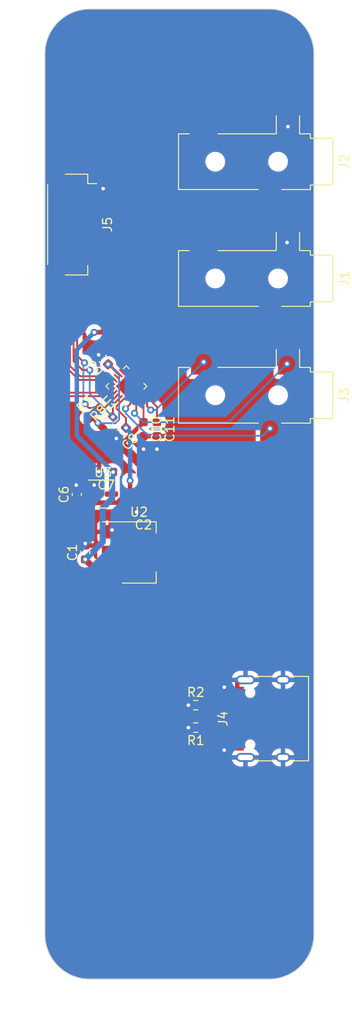
<source format=kicad_pcb>
(kicad_pcb (version 20221018) (generator pcbnew)
  (layers (0 "F.Cu" signal) (31 "B.Cu" signal) (34 "B.Paste" user) (35 "F.Paste" user) (36 "B.SilkS" user "B.Silkscreen") (37 "F.SilkS" user "F.Silkscreen") (38 "B.Mask" user) (39 "F.Mask" user) (44 "Edge.Cuts" user))
  (net 0 "")
  (net 1 "+5V")
  (net 2 "GND")
  (net 3 "+3V3")
  (net 4 "+1V2")
  (net 5 "Net-(U1-VAG)")
  (net 6 "Line Out R")
  (net 7 "Line Out L")
  (net 8 "Line In R")
  (net 9 "Line In L")
  (net 10 "HP_R")
  (net 11 "HP_VGND")
  (net 12 "HP_L")
  (net 13 "VBUS")
  (net 14 "Net-(J4-CC1)")
  (net 18 "Net-(J4-CC2)")
  (net 22 "I2S Frame Clock")
  (net 23 "I2S Bit Clock")
  (net 24 "I2S D Out")
  (net 25 "I2S D In")
  (net 26 "I2C_SDA")
  (net 27 "I2C_SCL")
  (footprint "Resistor_SMD:R_0603_1608Metric" (layer "F.Cu") (at 86.825 102.5)
    (fp_text reference "R2" (at 0 -1.43) (layer "F.SilkS"))
    (fp_text value "R")
    (fp_line (start -0.237258 -0.5225) (end 0.237258 -0.5225) (stroke (width 0.12)) (layer "F.SilkS"))
    (fp_line (start -0.237258 0.5225) (end 0.237258 0.5225) (stroke (width 0.12)) (layer "F.SilkS"))
    (pad "1" smd roundrect (at -0.825 0) (size 0.8 0.95) (layers "F.Cu" "F.Paste" "F.Mask") (net 2 "GND"))
    (pad "2" smd roundrect (at 0.825 0) (size 0.8 0.95) (layers "F.Cu" "F.Paste" "F.Mask") (net 18 "Net-(J4-CC2)"))
  )
  (footprint "Capacitor_SMD:C_0603_1608Metric" (layer "F.Cu") (at 76.8375 76.55 180)
    (fp_text reference "C7" (at 0 -1.43) (layer "F.SilkS"))
    (fp_text value "2.2uf")
    (fp_line (start -0.14058 -0.51) (end 0.14058 -0.51) (stroke (width 0.12)) (layer "F.SilkS"))
    (fp_line (start -0.14058 0.51) (end 0.14058 0.51) (stroke (width 0.12)) (layer "F.SilkS"))
    (pad "1" smd roundrect (at -0.775 0 180) (size 0.9 0.95) (layers "F.Cu" "F.Paste" "F.Mask") (net 1 "+5V"))
    (pad "2" smd roundrect (at 0.775 0 180) (size 0.9 0.95) (layers "F.Cu" "F.Paste" "F.Mask") (net 2 "GND"))
  )
  (footprint "Connector_USB:USB_C_Receptacle_HRO_TYPE-C-31-M-12" (layer "F.Cu") (at 95.5 104 90)
    (fp_text reference "J4" (at 0 -5.645 90) (layer "F.SilkS"))
    (fp_text value "USB_C_Receptacle_USB2.0")
    (fp_line (start -4.7 -1.9) (end -4.7 0.1) (stroke (width 0.12)) (layer "F.SilkS"))
    (fp_line (start -4.7 2) (end -4.7 3.9) (stroke (width 0.12)) (layer "F.SilkS"))
    (fp_line (start -4.7 3.9) (end 4.7 3.9) (stroke (width 0.12)) (layer "F.SilkS"))
    (fp_line (start 4.7 -1.9) (end 4.7 0.1) (stroke (width 0.12)) (layer "F.SilkS"))
    (fp_line (start 4.7 2) (end 4.7 3.9) (stroke (width 0.12)) (layer "F.SilkS"))
    (pad "" np_thru_hole circle (at -2.89 -2.6 90) (size 0.65 0.65) (drill 0.65) (layers "*.Cu" "*.Mask"))
    (pad "" np_thru_hole circle (at 2.89 -2.6 90) (size 0.65 0.65) (drill 0.65) (layers "*.Cu" "*.Mask"))
    (pad "A1" smd rect (at -3.25 -4.045 90) (size 0.6 1.45) (layers "F.Cu" "F.Paste" "F.Mask") (net 2 "GND"))
    (pad "A4" smd rect (at -2.45 -4.045 90) (size 0.6 1.45) (layers "F.Cu" "F.Paste" "F.Mask") (net 13 "VBUS"))
    (pad "A5" smd rect (at -1.25 -4.045 90) (size 0.3 1.45) (layers "F.Cu" "F.Paste" "F.Mask") (net 14 "Net-(J4-CC1)"))
    (pad "A6" smd rect (at -0.25 -4.045 90) (size 0.3 1.45) (layers "F.Cu" "F.Paste" "F.Mask"))
    (pad "A7" smd rect (at 0.25 -4.045 90) (size 0.3 1.45) (layers "F.Cu" "F.Paste" "F.Mask"))
    (pad "A8" smd rect (at 1.25 -4.045 90) (size 0.3 1.45) (layers "F.Cu" "F.Paste" "F.Mask"))
    (pad "A9" smd rect (at 2.45 -4.045 90) (size 0.6 1.45) (layers "F.Cu" "F.Paste" "F.Mask") (net 13 "VBUS"))
    (pad "A12" smd rect (at 3.25 -4.045 90) (size 0.6 1.45) (layers "F.Cu" "F.Paste" "F.Mask") (net 2 "GND"))
    (pad "B1" smd rect (at 3.25 -4.045 90) (size 0.6 1.45) (layers "F.Cu" "F.Paste" "F.Mask") (net 2 "GND"))
    (pad "B4" smd rect (at 2.45 -4.045 90) (size 0.6 1.45) (layers "F.Cu" "F.Paste" "F.Mask") (net 13 "VBUS"))
    (pad "B5" smd rect (at 1.75 -4.045 90) (size 0.3 1.45) (layers "F.Cu" "F.Paste" "F.Mask") (net 18 "Net-(J4-CC2)"))
    (pad "B6" smd rect (at 0.75 -4.045 90) (size 0.3 1.45) (layers "F.Cu" "F.Paste" "F.Mask"))
    (pad "B7" smd rect (at -0.75 -4.045 90) (size 0.3 1.45) (layers "F.Cu" "F.Paste" "F.Mask"))
    (pad "B8" smd rect (at -1.75 -4.045 90) (size 0.3 1.45) (layers "F.Cu" "F.Paste" "F.Mask"))
    (pad "B9" smd rect (at -2.45 -4.045 90) (size 0.6 1.45) (layers "F.Cu" "F.Paste" "F.Mask") (net 13 "VBUS"))
    (pad "B12" smd rect (at -3.25 -4.045 90) (size 0.6 1.45) (layers "F.Cu" "F.Paste" "F.Mask") (net 2 "GND"))
    (pad "S1" thru_hole oval (at -4.32 -3.13 90) (size 1 2.1) (drill oval 0.6 1.7) (layers "*.Cu" "*.Mask") (net 2 "GND"))
    (pad "S1" thru_hole oval (at -4.32 1.05 90) (size 1 1.6) (drill oval 0.6 1.2) (layers "*.Cu" "*.Mask") (net 2 "GND"))
    (pad "S1" thru_hole oval (at 4.32 -3.13 90) (size 1 2.1) (drill oval 0.6 1.7) (layers "*.Cu" "*.Mask") (net 2 "GND"))
    (pad "S1" thru_hole oval (at 4.32 1.05 90) (size 1 1.6) (drill oval 0.6 1.2) (layers "*.Cu" "*.Mask") (net 2 "GND"))
  )
  (footprint "Connector_Audio:Jack_3.5mm_CUI_SJ-3523-SMT_Horizontal" (layer "F.Cu") (at 93.5 68 -90)
    (fp_text reference "J3" (at 0 -9.9 90) (layer "F.SilkS"))
    (fp_text value "AudioJack3")
    (fp_line (start -3.1 -6.1) (end -2.6 -6.1) (stroke (width 0.12)) (layer "F.SilkS"))
    (fp_line (start -3.1 -4.9) (end -5.1 -4.9) (stroke (width 0.12)) (layer "F.SilkS"))
    (fp_line (start -3.1 -4.9) (end -3.1 -6.1) (stroke (width 0.12)) (layer "F.SilkS"))
    (fp_line (start -3.1 -2.3) (end -5.1 -2.3) (stroke (width 0.12)) (layer "F.SilkS"))
    (fp_line (start -3.1 4.2) (end -3.1 -2.3) (stroke (width 0.12)) (layer "F.SilkS"))
    (fp_line (start -3.1 8.6) (end -3.1 7.4) (stroke (width 0.12)) (layer "F.SilkS"))
    (fp_line (start -2.6 -8.6) (end 2.6 -8.6) (stroke (width 0.12)) (layer "F.SilkS"))
    (fp_line (start -2.6 -6.1) (end -2.6 -8.6) (stroke (width 0.12)) (layer "F.SilkS"))
    (fp_line (start 2.6 -8.6) (end 2.6 -6.1) (stroke (width 0.12)) (layer "F.SilkS"))
    (fp_line (start 2.6 -6.1) (end 3.1 -6.1) (stroke (width 0.12)) (layer "F.SilkS"))
    (fp_line (start 3.1 -6.1) (end 3.1 -2.9) (stroke (width 0.12)) (layer "F.SilkS"))
    (fp_line (start 3.1 -0.3) (end 3.1 8.6) (stroke (width 0.12)) (layer "F.SilkS"))
    (fp_line (start 3.1 8.6) (end -3.1 8.6) (stroke (width 0.12)) (layer "F.SilkS"))
    (pad "" np_thru_hole circle (at 0 -2.5 270) (size 1.7 1.7) (drill 1.7) (layers "*.Cu" "*.Mask"))
    (pad "" np_thru_hole circle (at 0 4.5 270) (size 1.7 1.7) (drill 1.7) (layers "*.Cu" "*.Mask"))
    (pad "R" smd rect (at 3.7 -1.6 270) (size 2.8 2.2) (layers "F.Cu" "F.Paste" "F.Mask") (net 10 "HP_R"))
    (pad "S" smd rect (at -3.7 -3.6 270) (size 2.8 2.2) (layers "F.Cu" "F.Paste" "F.Mask") (net 11 "HP_VGND"))
    (pad "T" smd rect (at -3.7 5.8 270) (size 2.8 2.8) (layers "F.Cu" "F.Paste" "F.Mask") (net 12 "HP_L"))
  )
  (footprint "Package_TO_SOT_SMD:SOT-23" (layer "F.Cu") (at 76.5 79)
    (fp_text reference "U3" (at 0 -2.4) (layer "F.SilkS"))
    (fp_text value "AP2127N-1.2")
    (fp_line (start 0 -1.56) (end -1.675 -1.56) (stroke (width 0.12)) (layer "F.SilkS"))
    (fp_line (start 0 -1.56) (end 0.65 -1.56) (stroke (width 0.12)) (layer "F.SilkS"))
    (fp_line (start 0 1.56) (end -0.65 1.56) (stroke (width 0.12)) (layer "F.SilkS"))
    (fp_line (start 0 1.56) (end 0.65 1.56) (stroke (width 0.12)) (layer "F.SilkS"))
    (pad "1" smd roundrect (at -0.9375 -0.95) (size 1.475 0.6) (layers "F.Cu" "F.Paste" "F.Mask") (net 2 "GND"))
    (pad "2" smd roundrect (at -0.9375 0.95) (size 1.475 0.6) (layers "F.Cu" "F.Paste" "F.Mask") (net 4 "+1V2"))
    (pad "3" smd roundrect (at 0.9375 0) (size 1.475 0.6) (layers "F.Cu" "F.Paste" "F.Mask") (net 1 "+5V"))
  )
  (footprint "Package_TO_SOT_SMD:SOT-223-3_TabPin2" (layer "F.Cu") (at 80.5 85.5)
    (fp_text reference "U2" (at 0 -4.5) (layer "F.SilkS"))
    (fp_text value "NCP1117-3.3_SOT223")
    (fp_line (start -4.1 -3.41) (end 1.91 -3.41) (stroke (width 0.12)) (layer "F.SilkS"))
    (fp_line (start -1.85 3.41) (end 1.91 3.41) (stroke (width 0.12)) (layer "F.SilkS"))
    (fp_line (start 1.91 -3.41) (end 1.91 -2.15) (stroke (width 0.12)) (layer "F.SilkS"))
    (fp_line (start 1.91 3.41) (end 1.91 2.15) (stroke (width 0.12)) (layer "F.SilkS"))
    (pad "1" smd rect (at -3.15 -2.3) (size 2 1.5) (layers "F.Cu" "F.Paste" "F.Mask") (net 2 "GND"))
    (pad "2" smd rect (at -3.15 0) (size 2 1.5) (layers "F.Cu" "F.Paste" "F.Mask") (net 3 "+3V3"))
    (pad "2" smd rect (at 3.15 0) (size 2 3.8) (layers "F.Cu" "F.Paste" "F.Mask") (net 3 "+3V3"))
    (pad "3" smd rect (at -3.15 2.3) (size 2 1.5) (layers "F.Cu" "F.Paste" "F.Mask") (net 1 "+5V"))
  )
  (footprint "Resistor_SMD:R_0603_1608Metric" (layer "F.Cu") (at 75.5 70 45)
    (fp_text reference "R7" (at 0 -1.43 45) (layer "F.SilkS"))
    (fp_text value "2.2k")
    (fp_line (start -0.237258 -0.5225) (end 0.237258 -0.5225) (stroke (width 0.12)) (layer "F.SilkS"))
    (fp_line (start -0.237258 0.5225) (end 0.237258 0.5225) (stroke (width 0.12)) (layer "F.SilkS"))
    (pad "1" smd roundrect (at -0.825 0 45) (size 0.8 0.95) (layers "F.Cu" "F.Paste" "F.Mask") (net 3 "+3V3"))
    (pad "2" smd roundrect (at 0.825 0 45) (size 0.8 0.95) (layers "F.Cu" "F.Paste" "F.Mask") (net 26 "I2C_SDA"))
  )
  (footprint "Capacitor_SMD:C_0603_1608Metric" (layer "F.Cu") (at 78.5 72.175 -135)
    (fp_text reference "C8" (at 0 -1.43 45) (layer "F.SilkS"))
    (fp_text value "1uf")
    (fp_line (start -0.14058 -0.51) (end 0.14058 -0.51) (stroke (width 0.12)) (layer "F.SilkS"))
    (fp_line (start -0.14058 0.51) (end 0.14058 0.51) (stroke (width 0.12)) (layer "F.SilkS"))
    (pad "1" smd roundrect (at -0.775 0 225) (size 0.9 0.95) (layers "F.Cu" "F.Paste" "F.Mask") (net 4 "+1V2"))
    (pad "2" smd roundrect (at 0.775 0 225) (size 0.9 0.95) (layers "F.Cu" "F.Paste" "F.Mask") (net 2 "GND"))
  )
  (footprint "Capacitor_SMD:C_0603_1608Metric" (layer "F.Cu") (at 76.5 64 135)
    (fp_text reference "C9" (at 0 -1.43 135) (layer "F.SilkS"))
    (fp_text value "2.2uf")
    (fp_line (start -0.14058 -0.51) (end 0.14058 -0.51) (stroke (width 0.12)) (layer "F.SilkS"))
    (fp_line (start -0.14058 0.51) (end 0.14058 0.51) (stroke (width 0.12)) (layer "F.SilkS"))
    (pad "1" smd roundrect (at -0.775 0 135) (size 0.9 0.95) (layers "F.Cu" "F.Paste" "F.Mask") (net 3 "+3V3"))
    (pad "2" smd roundrect (at 0.775 0 135) (size 0.9 0.95) (layers "F.Cu" "F.Paste" "F.Mask") (net 2 "GND"))
  )
  (footprint "Capacitor_SMD:C_0603_1608Metric" (layer "F.Cu") (at 74.5 85.5 90)
    (fp_text reference "C1" (at 0 -1.43 90) (layer "F.SilkS"))
    (fp_text value "10uf")
    (fp_line (start -0.14058 -0.51) (end 0.14058 -0.51) (stroke (width 0.12)) (layer "F.SilkS"))
    (fp_line (start -0.14058 0.51) (end 0.14058 0.51) (stroke (width 0.12)) (layer "F.SilkS"))
    (pad "1" smd roundrect (at -0.775 0 90) (size 0.9 0.95) (layers "F.Cu" "F.Paste" "F.Mask") (net 1 "+5V"))
    (pad "2" smd roundrect (at 0.775 0 90) (size 0.9 0.95) (layers "F.Cu" "F.Paste" "F.Mask") (net 2 "GND"))
  )
  (footprint "Connector_Audio:Jack_3.5mm_CUI_SJ-3523-SMT_Horizontal" (layer "F.Cu") (at 93.5 55 -90)
    (fp_text reference "J1" (at 0 -9.9 90) (layer "F.SilkS"))
    (fp_text value "AudioJack3")
    (fp_line (start -3.1 -6.1) (end -2.6 -6.1) (stroke (width 0.12)) (layer "F.SilkS"))
    (fp_line (start -3.1 -4.9) (end -5.1 -4.9) (stroke (width 0.12)) (layer "F.SilkS"))
    (fp_line (start -3.1 -4.9) (end -3.1 -6.1) (stroke (width 0.12)) (layer "F.SilkS"))
    (fp_line (start -3.1 -2.3) (end -5.1 -2.3) (stroke (width 0.12)) (layer "F.SilkS"))
    (fp_line (start -3.1 4.2) (end -3.1 -2.3) (stroke (width 0.12)) (layer "F.SilkS"))
    (fp_line (start -3.1 8.6) (end -3.1 7.4) (stroke (width 0.12)) (layer "F.SilkS"))
    (fp_line (start -2.6 -8.6) (end 2.6 -8.6) (stroke (width 0.12)) (layer "F.SilkS"))
    (fp_line (start -2.6 -6.1) (end -2.6 -8.6) (stroke (width 0.12)) (layer "F.SilkS"))
    (fp_line (start 2.6 -8.6) (end 2.6 -6.1) (stroke (width 0.12)) (layer "F.SilkS"))
    (fp_line (start 2.6 -6.1) (end 3.1 -6.1) (stroke (width 0.12)) (layer "F.SilkS"))
    (fp_line (start 3.1 -6.1) (end 3.1 -2.9) (stroke (width 0.12)) (layer "F.SilkS"))
    (fp_line (start 3.1 -0.3) (end 3.1 8.6) (stroke (width 0.12)) (layer "F.SilkS"))
    (fp_line (start 3.1 8.6) (end -3.1 8.6) (stroke (width 0.12)) (layer "F.SilkS"))
    (pad "" np_thru_hole circle (at 0 -2.5 270) (size 1.7 1.7) (drill 1.7) (layers "*.Cu" "*.Mask"))
    (pad "" np_thru_hole circle (at 0 4.5 270) (size 1.7 1.7) (drill 1.7) (layers "*.Cu" "*.Mask"))
    (pad "R" smd rect (at 3.7 -1.6 270) (size 2.8 2.2) (layers "F.Cu" "F.Paste" "F.Mask") (net 6 "Line Out R"))
    (pad "S" smd rect (at -3.7 -3.6 270) (size 2.8 2.2) (layers "F.Cu" "F.Paste" "F.Mask") (net 2 "GND"))
    (pad "T" smd rect (at -3.7 5.8 270) (size 2.8 2.8) (layers "F.Cu" "F.Paste" "F.Mask") (net 7 "Line Out L"))
  )
  (footprint "Connector_JST:JST_SH_SM09B-SRSS-TB_1x09-1MP_P1.00mm_Horizontal" (layer "F.Cu") (at 73 49 -90)
    (fp_text reference "J5" (at 0 -3.98 90) (layer "F.SilkS"))
    (fp_text value "Conn_01x09")
    (fp_line (start -5.61 -1.785) (end -4.56 -1.785) (stroke (width 0.12)) (layer "F.SilkS"))
    (fp_line (start -5.61 0.715) (end -5.61 -1.785) (stroke (width 0.12)) (layer "F.SilkS"))
    (fp_line (start -4.56 -1.785) (end -4.56 -2.775) (stroke (width 0.12)) (layer "F.SilkS"))
    (fp_line (start -4.44 2.685) (end 4.44 2.685) (stroke (width 0.12)) (layer "F.SilkS"))
    (fp_line (start 5.61 -1.785) (end 4.56 -1.785) (stroke (width 0.12)) (layer "F.SilkS"))
    (fp_line (start 5.61 0.715) (end 5.61 -1.785) (stroke (width 0.12)) (layer "F.SilkS"))
    (pad "1" smd roundrect (at -4 -2 270) (size 0.6 1.55) (layers "F.Cu" "F.Paste" "F.Mask") (net 2 "GND"))
    (pad "2" smd roundrect (at -3 -2 270) (size 0.6 1.55) (layers "F.Cu" "F.Paste" "F.Mask") (net 1 "+5V"))
    (pad "3" smd roundrect (at -2 -2 270) (size 0.6 1.55) (layers "F.Cu" "F.Paste" "F.Mask") (net 26 "I2C_SDA"))
    (pad "4" smd roundrect (at -1 -2 270) (size 0.6 1.55) (layers "F.Cu" "F.Paste" "F.Mask") (net 27 "I2C_SCL"))
    (pad "5" smd roundrect (at 0 -2 270) (size 0.6 1.55) (layers "F.Cu" "F.Paste" "F.Mask") (net 22 "I2S Frame Clock"))
    (pad "6" smd roundrect (at 1 -2 270) (size 0.6 1.55) (layers "F.Cu" "F.Paste" "F.Mask") (net 23 "I2S Bit Clock"))
    (pad "7" smd roundrect (at 2 -2 270) (size 0.6 1.55) (layers "F.Cu" "F.Paste" "F.Mask") (net 24 "I2S D Out"))
    (pad "8" smd roundrect (at 3 -2 270) (size 0.6 1.55) (layers "F.Cu" "F.Paste" "F.Mask") (net 25 "I2S D In"))
    (pad "9" smd roundrect (at 4 -2 270) (size 0.6 1.55) (layers "F.Cu" "F.Paste" "F.Mask") (net 13 "VBUS"))
    (pad "MP" smd roundrect (at -5.3 1.875 270) (size 1.2 1.8) (layers "F.Cu" "F.Paste" "F.Mask") (roundrect_rratio 0.208333))
    (pad "MP" smd roundrect (at 5.3 1.875 270) (size 1.2 1.8) (layers "F.Cu" "F.Paste" "F.Mask") (roundrect_rratio 0.208333))
  )
  (footprint "Package_DFN_QFN:QFN-20-1EP_3x3mm_P0.4mm_EP1.65x1.65mm" (layer "F.Cu") (at 79.079828 67 135)
    (fp_text reference "U1" (at 0 -2.82 135) (layer "F.SilkS"))
    (fp_text value "SGTL5000XNLA3")
    (fp_line (start -1.61 1.61) (end -1.61 1.16) (stroke (width 0.12)) (layer "F.SilkS"))
    (fp_line (start -1.16 -1.61) (end -1.61 -1.61) (stroke (width 0.12)) (layer "F.SilkS"))
    (fp_line (start -1.16 1.61) (end -1.61 1.61) (stroke (width 0.12)) (layer "F.SilkS"))
    (fp_line (start 1.16 -1.61) (end 1.61 -1.61) (stroke (width 0.12)) (layer "F.SilkS"))
    (fp_line (start 1.16 1.61) (end 1.61 1.61) (stroke (width 0.12)) (layer "F.SilkS"))
    (fp_line (start 1.61 -1.61) (end 1.61 -1.16) (stroke (width 0.12)) (layer "F.SilkS"))
    (fp_line (start 1.61 1.61) (end 1.61 1.16) (stroke (width 0.12)) (layer "F.SilkS"))
    (pad "1" smd roundrect (at -1.45 -0.8 135) (size 0.85 0.2) (layers "F.Cu" "F.Paste" "F.Mask") (net 10 "HP_R"))
    (pad "2" smd roundrect (at -1.45 -0.4 135) (size 0.85 0.2) (layers "F.Cu" "F.Paste" "F.Mask") (net 11 "HP_VGND"))
    (pad "3" smd roundrect (at -1.45 0 135) (size 0.85 0.2) (layers "F.Cu" "F.Paste" "F.Mask") (net 3 "+3V3"))
    (pad "4" smd roundrect (at -1.45 0.4 135) (size 0.85 0.2) (layers "F.Cu" "F.Paste" "F.Mask") (net 12 "HP_L"))
    (pad "5" smd roundrect (at -1.45 0.8 135) (size 0.85 0.2) (layers "F.Cu" "F.Paste" "F.Mask") (net 5 "Net-(U1-VAG)"))
    (pad "6" smd roundrect (at -0.8 1.45 135) (size 0.2 0.85) (layers "F.Cu" "F.Paste" "F.Mask") (net 6 "Line Out R"))
    (pad "7" smd roundrect (at -0.4 1.45 135) (size 0.2 0.85) (layers "F.Cu" "F.Paste" "F.Mask") (net 7 "Line Out L"))
    (pad "8" smd roundrect (at 0 1.45 135) (size 0.2 0.85) (layers "F.Cu" "F.Paste" "F.Mask") (net 8 "Line In R"))
    (pad "9" smd roundrect (at 0.4 1.45 135) (size 0.2 0.85) (layers "F.Cu" "F.Paste" "F.Mask") (net 9 "Line In L"))
    (pad "10" smd roundrect (at 0.8 1.45 135) (size 0.2 0.85) (layers "F.Cu" "F.Paste" "F.Mask"))
    (pad "11" smd roundrect (at 1.45 0.8 135) (size 0.85 0.2) (layers "F.Cu" "F.Paste" "F.Mask"))
    (pad "12" smd roundrect (at 1.45 0.4 135) (size 0.85 0.2) (layers "F.Cu" "F.Paste" "F.Mask") (net 3 "+3V3"))
    (pad "13" smd roundrect (at 1.45 0 135) (size 0.85 0.2) (layers "F.Cu" "F.Paste" "F.Mask"))
    (pad "14" smd roundrect (at 1.45 -0.4 135) (size 0.85 0.2) (layers "F.Cu" "F.Paste" "F.Mask") (net 22 "I2S Frame Clock"))
    (pad "15" smd roundrect (at 1.45 -0.8 135) (size 0.85 0.2) (layers "F.Cu" "F.Paste" "F.Mask") (net 23 "I2S Bit Clock"))
    (pad "16" smd roundrect (at 0.8 -1.45 135) (size 0.2 0.85) (layers "F.Cu" "F.Paste" "F.Mask") (net 24 "I2S D Out"))
    (pad "17" smd roundrect (at 0.4 -1.45 135) (size 0.2 0.85) (layers "F.Cu" "F.Paste" "F.Mask") (net 25 "I2S D In"))
    (pad "18" smd roundrect (at 0 -1.45 135) (size 0.2 0.85) (layers "F.Cu" "F.Paste" "F.Mask") (net 26 "I2C_SDA"))
    (pad "19" smd roundrect (at -0.4 -1.45 135) (size 0.2 0.85) (layers "F.Cu" "F.Paste" "F.Mask") (net 27 "I2C_SCL"))
    (pad "20" smd roundrect (at -0.8 -1.45 135) (size 0.2 0.85) (layers "F.Cu" "F.Paste" "F.Mask") (net 4 "+1V2"))
    (pad "21" smd rect (at 0 0 135) (size 1.65 1.65) (layers "F.Cu" "F.Mask") (net 2 "GND"))
  )
  (footprint "Resistor_SMD:R_0603_1608Metric" (layer "F.Cu") (at 86.825 105 180)
    (fp_text reference "R1" (at 0 -1.43) (layer "F.SilkS"))
    (fp_text value "R")
    (fp_line (start -0.237258 -0.5225) (end 0.237258 -0.5225) (stroke (width 0.12)) (layer "F.SilkS"))
    (fp_line (start -0.237258 0.5225) (end 0.237258 0.5225) (stroke (width 0.12)) (layer "F.SilkS"))
    (pad "1" smd roundrect (at -0.825 0 180) (size 0.8 0.95) (layers "F.Cu" "F.Paste" "F.Mask") (net 14 "Net-(J4-CC1)"))
    (pad "2" smd roundrect (at 0.825 0 180) (size 0.8 0.95) (layers "F.Cu" "F.Paste" "F.Mask") (net 2 "GND"))
  )
  (footprint "Resistor_SMD:R_0603_1608Metric" (layer "F.Cu") (at 77 71 45)
    (fp_text reference "R8" (at 0 -1.43 45) (layer "F.SilkS"))
    (fp_text value "2.2k")
    (fp_line (start -0.237258 -0.5225) (end 0.237258 -0.5225) (stroke (width 0.12)) (layer "F.SilkS"))
    (fp_line (start -0.237258 0.5225) (end 0.237258 0.5225) (stroke (width 0.12)) (layer "F.SilkS"))
    (pad "1" smd roundrect (at -0.825 0 45) (size 0.8 0.95) (layers "F.Cu" "F.Paste" "F.Mask") (net 3 "+3V3"))
    (pad "2" smd roundrect (at 0.825 0 45) (size 0.8 0.95) (layers "F.Cu" "F.Paste" "F.Mask") (net 27 "I2C_SCL"))
  )
  (footprint "Capacitor_SMD:C_0603_1608Metric" (layer "F.Cu") (at 81 81 180)
    (fp_text reference "C2" (at 0 -1.43) (layer "F.SilkS"))
    (fp_text value "10uf")
    (fp_line (start -0.14058 -0.51) (end 0.14058 -0.51) (stroke (width 0.12)) (layer "F.SilkS"))
    (fp_line (start -0.14058 0.51) (end 0.14058 0.51) (stroke (width 0.12)) (layer "F.SilkS"))
    (pad "1" smd roundrect (at -0.775 0 180) (size 0.9 0.95) (layers "F.Cu" "F.Paste" "F.Mask") (net 3 "+3V3"))
    (pad "2" smd roundrect (at 0.775 0 180) (size 0.9 0.95) (layers "F.Cu" "F.Paste" "F.Mask") (net 2 "GND"))
  )
  (footprint "Capacitor_SMD:C_0603_1608Metric" (layer "F.Cu") (at 73.5625 79.05 90)
    (fp_text reference "C6" (at 0 -1.43 90) (layer "F.SilkS"))
    (fp_text value "2.2uf")
    (fp_line (start -0.14058 -0.51) (end 0.14058 -0.51) (stroke (width 0.12)) (layer "F.SilkS"))
    (fp_line (start -0.14058 0.51) (end 0.14058 0.51) (stroke (width 0.12)) (layer "F.SilkS"))
    (pad "1" smd roundrect (at -0.775 0 90) (size 0.9 0.95) (layers "F.Cu" "F.Paste" "F.Mask") (net 4 "+1V2"))
    (pad "2" smd roundrect (at 0.775 0 90) (size 0.9 0.95) (layers "F.Cu" "F.Paste" "F.Mask") (net 2 "GND"))
  )
  (footprint "Connector_Audio:Jack_3.5mm_CUI_SJ-3523-SMT_Horizontal" (layer "F.Cu") (at 93.5 42 -90)
    (fp_text reference "J2" (at 0 -9.9 90) (layer "F.SilkS"))
    (fp_text value "AudioJack3")
    (fp_line (start -3.1 -6.1) (end -2.6 -6.1) (stroke (width 0.12)) (layer "F.SilkS"))
    (fp_line (start -3.1 -4.9) (end -5.1 -4.9) (stroke (width 0.12)) (layer "F.SilkS"))
    (fp_line (start -3.1 -4.9) (end -3.1 -6.1) (stroke (width 0.12)) (layer "F.SilkS"))
    (fp_line (start -3.1 -2.3) (end -5.1 -2.3) (stroke (width 0.12)) (layer "F.SilkS"))
    (fp_line (start -3.1 4.2) (end -3.1 -2.3) (stroke (width 0.12)) (layer "F.SilkS"))
    (fp_line (start -3.1 8.6) (end -3.1 7.4) (stroke (width 0.12)) (layer "F.SilkS"))
    (fp_line (start -2.6 -8.6) (end 2.6 -8.6) (stroke (width 0.12)) (layer "F.SilkS"))
    (fp_line (start -2.6 -6.1) (end -2.6 -8.6) (stroke (width 0.12)) (layer "F.SilkS"))
    (fp_line (start 2.6 -8.6) (end 2.6 -6.1) (stroke (width 0.12)) (layer "F.SilkS"))
    (fp_line (start 2.6 -6.1) (end 3.1 -6.1) (stroke (width 0.12)) (layer "F.SilkS"))
    (fp_line (start 3.1 -6.1) (end 3.1 -2.9) (stroke (width 0.12)) (layer "F.SilkS"))
    (fp_line (start 3.1 -0.3) (end 3.1 8.6) (stroke (width 0.12)) (layer "F.SilkS"))
    (fp_line (start 3.1 8.6) (end -3.1 8.6) (stroke (width 0.12)) (layer "F.SilkS"))
    (pad "" np_thru_hole circle (at 0 -2.5 270) (size 1.7 1.7) (drill 1.7) (layers "*.Cu" "*.Mask"))
    (pad "" np_thru_hole circle (at 0 4.5 270) (size 1.7 1.7) (drill 1.7) (layers "*.Cu" "*.Mask"))
    (pad "R" smd rect (at 3.7 -1.6 270) (size 2.8 2.2) (layers "F.Cu" "F.Paste" "F.Mask") (net 8 "Line In R"))
    (pad "S" smd rect (at -3.7 -3.6 270) (size 2.8 2.2) (layers "F.Cu" "F.Paste" "F.Mask") (net 2 "GND"))
    (pad "T" smd rect (at -3.7 5.8 270) (size 2.8 2.8) (layers "F.Cu" "F.Paste" "F.Mask") (net 9 "Line In L"))
  )
  (footprint "Capacitor_SMD:C_0603_1608Metric" (layer "F.Cu") (at 82.5 71.775 -90)
    (fp_text reference "C11" (at 0 -1.43 90) (layer "F.SilkS"))
    (fp_text value "0.1uf")
    (fp_line (start -0.14058 -0.51) (end 0.14058 -0.51) (stroke (width 0.12)) (layer "F.SilkS"))
    (fp_line (start -0.14058 0.51) (end 0.14058 0.51) (stroke (width 0.12)) (layer "F.SilkS"))
    (pad "1" smd roundrect (at -0.775 0 270) (size 0.9 0.95) (layers "F.Cu" "F.Paste" "F.Mask") (net 5 "Net-(U1-VAG)"))
    (pad "2" smd roundrect (at 0.775 0 270) (size 0.9 0.95) (layers "F.Cu" "F.Paste" "F.Mask") (net 2 "GND"))
  )
  (footprint "Capacitor_SMD:C_0603_1608Metric" (layer "F.Cu") (at 81 71.775 -90)
    (fp_text reference "C10" (at 0 -1.43 90) (layer "F.SilkS"))
    (fp_text value "2.2uf")
    (fp_line (start -0.14058 -0.51) (end 0.14058 -0.51) (stroke (width 0.12)) (layer "F.SilkS"))
    (fp_line (start -0.14058 0.51) (end 0.14058 0.51) (stroke (width 0.12)) (layer "F.SilkS"))
    (pad "1" smd roundrect (at -0.775 0 270) (size 0.9 0.95) (layers "F.Cu" "F.Paste" "F.Mask") (net 3 "+3V3"))
    (pad "2" smd roundrect (at 0.775 0 270) (size 0.9 0.95) (layers "F.Cu" "F.Paste" "F.Mask") (net 2 "GND"))
  )
  (gr_arc (start 75 133) (mid 71.464466 131.535534) (end 70 128) (stroke (width 0.1)) (layer "Edge.Cuts"))
  (gr_line (start 70 30) (end 70 128) (stroke (width 0.1)) (layer "Edge.Cuts"))
  (gr_line (start 75 133) (end 95 133) (stroke (width 0.1)) (layer "Edge.Cuts"))
  (gr_line (start 100 128) (end 100 30) (stroke (width 0.1)) (layer "Edge.Cuts"))
  (gr_line (start 95 25) (end 75 25) (stroke (width 0.1)) (layer "Edge.Cuts"))
  (gr_arc (start 100 128) (mid 98.535534 131.535534) (end 95 133) (stroke (width 0.1)) (layer "Edge.Cuts"))
  (gr_arc (start 95 25) (mid 98.535534 26.464466) (end 100 30) (stroke (width 0.1)) (layer "Edge.Cuts"))
  (gr_arc (start 70 30) (mid 71.464466 26.464466) (end 75 25) (stroke (width 0.1)) (layer "Edge.Cuts"))
  (segment (start 80.15 49.65) (end 76.5 46) (width 0.5) (layer "F.Cu") (net 1))
  (segment (start 77.4375 76.725) (end 77.6125 76.55) (width 0.5) (layer "F.Cu") (net 1))
  (segment (start 76.025 87.8) (end 77.35 87.8) (width 0.7) (layer "F.Cu") (net 1))
  (segment (start 77.4375 79) (end 77.4375 76.725) (width 0.5) (layer "F.Cu") (net 1))
  (segment (start 80.15 57.09264) (end 80.15 49.65) (width 0.5) (layer "F.Cu") (net 1))
  (segment (start 74.5 86.275) (end 76.025 87.8) (width 0.7) (layer "F.Cu") (net 1))
  (segment (start 75.5 61) (end 76.242643 61) (width 0.5) (layer "F.Cu") (net 1))
  (segment (start 76.5 46) (end 75 46) (width 0.5) (layer "F.Cu") (net 1))
  (segment (start 76.242643 61) (end 80.15 57.09264) (width 0.5) (layer "F.Cu") (net 1))
  (via (at 75.5 61) (size 0.8) (drill 0.4) (layers "F.Cu" "B.Cu") (net 1))
  (via (at 77.6125 76.55) (size 0.8) (drill 0.4) (layers "F.Cu" "B.Cu") (net 1))
  (via (at 74.5 86.275) (size 0.8) (drill 0.4) (layers "F.Cu" "B.Cu") (net 1))
  (segment (start 77.5 79.5) (end 77.5 76.6625) (width 0.7) (layer "B.Cu") (net 1))
  (segment (start 73.563718 72.501218) (end 73.563718 62.936282) (width 0.5) (layer "B.Cu") (net 1))
  (segment (start 77.6125 76.55) (end 73.563718 72.501218) (width 0.5) (layer "B.Cu") (net 1))
  (segment (start 74.5 86.275) (end 76.45 84.325) (width 0.7) (layer "B.Cu") (net 1))
  (segment (start 76.45 84.325) (end 76.45 80.55) (width 0.7) (layer "B.Cu") (net 1))
  (segment (start 73.563718 62.936282) (end 75.5 61) (width 0.5) (layer "B.Cu") (net 1))
  (segment (start 77.5 76.6625) (end 77.6125 76.55) (width 0.7) (layer "B.Cu") (net 1))
  (segment (start 76.45 80.55) (end 77.5 79.5) (width 0.7) (layer "B.Cu") (net 1))
  (segment (start 81 72.55) (end 81 74) (width 0.25) (layer "F.Cu") (net 2))
  (segment (start 74.5 84.725) (end 74.5 84.5) (width 0.7) (layer "F.Cu") (net 2))
  (segment (start 76.05 76.55) (end 76 76.5) (width 0.7) (layer "F.Cu") (net 2))
  (segment (start 77.35 83.15) (end 77.5 83) (width 0.7) (layer "F.Cu") (net 2))
  (segment (start 73.5625 78.275) (end 73.5625 78.0625) (width 0.7) (layer "F.Cu") (net 2))
  (segment (start 73.5625 78.0625) (end 73.5 78) (width 0.7) (layer "F.Cu") (net 2))
  (segment (start 77.951992 72.723008) (end 77.951992 72.794424) (width 0.7) (layer "F.Cu") (net 2))
  (segment (start 97.1 51.1) (end 97 51) (width 0.3) (layer "F.Cu") (net 2))
  (segment (start 90.25 107.25) (end 90 107.5) (width 0.5) (layer "F.Cu") (net 2))
  (segment (start 75.5625 78.05) (end 75.55 78.05) (width 0.7) (layer "F.Cu") (net 2))
  (segment (start 91.455 107.25) (end 90.25 107.25) (width 0.5) (layer "F.Cu") (net 2))
  (segment (start 77.951992 72.951992) (end 78 73) (width 0.25) (layer "F.Cu") (net 2))
  (segment (start 97.1 38.1) (end 97 38) (width 0.25) (layer "F.Cu") (net 2))
  (segment (start 91.455 100.75) (end 90.25 100.75) (width 0.5) (layer "F.Cu") (net 2))
  (segment (start 75.55 78.05) (end 75.5 78) (width 0.7) (layer "F.Cu") (net 2))
  (segment (start 77.951992 72.794424) (end 77.970632 72.813064) (width 0.7) (layer "F.Cu") (net 2))
  (segment (start 82.5 72.55) (end 82.5 74) (width 0.25) (layer "F.Cu") (net 2))
  (segment (start 75 45) (end 76.5 45) (width 0.3) (layer "F.Cu") (net 2))
  (segment (start 97.1 51.3) (end 97.1 51.1) (width 0.3) (layer "F.Cu") (net 2))
  (segment (start 76.0625 76.55) (end 76.05 76.55) (width 0.7) (layer "F.Cu") (net 2))
  (segment (start 97.1 38.3) (end 97.1 38.1) (width 0.3) (layer "F.Cu") (net 2))
  (segment (start 75.951992 63.451992) (end 76 63.5) (width 0.3) (layer "F.Cu") (net 2))
  (segment (start 90.25 100.75) (end 90 100.5) (width 0.5) (layer "F.Cu") (net 2))
  (segment (start 77.35 83.2) (end 77.35 83.15) (width 0.7) (layer "F.Cu") (net 2))
  (via (at 86 105) (size 0.8) (drill 0.4) (layers "F.Cu" "B.Cu") (net 2))
  (via (at 97.1 38.1) (size 0.8) (drill 0.4) (layers "F.Cu" "B.Cu") (net 2))
  (via (at 77.5 83) (size 0.8) (drill 0.4) (layers "F.Cu" "B.Cu") (net 2))
  (via (at 75.5 78) (size 0.8) (drill 0.4) (layers "F.Cu" "B.Cu") (net 2))
  (via (at 82.5 74) (size 0.8) (drill 0.4) (layers "F.Cu" "B.Cu") (net 2))
  (via (at 97 51) (size 0.8) (drill 0.4) (layers "F.Cu" "B.Cu") (net 2))
  (via (at 73.5 78) (size 0.8) (drill 0.4) (layers "F.Cu" "B.Cu") (net 2))
  (via (at 74.5 84.5) (size 0.8) (drill 0.4) (layers "F.Cu" "B.Cu") (net 2))
  (via (at 80.225 81) (size 0.8) (drill 0.4) (layers "F.Cu" "B.Cu") (net 2))
  (via (at 77.970632 72.813064) (size 0.8) (drill 0.4) (layers "F.Cu" "B.Cu") (net 2))
  (via (at 86 102.5) (size 0.8) (drill 0.4) (layers "F.Cu" "B.Cu") (net 2))
  (via (at 90 100.5) (size 0.8) (drill 0.4) (layers "F.Cu" "B.Cu") (net 2))
  (via (at 81 74) (size 0.8) (drill 0.4) (layers "F.Cu" "B.Cu") (net 2))
  (via (at 76 63.5) (size 0.8) (drill 0.4) (layers "F.Cu" "B.Cu") (net 2))
  (via (at 76.5 45) (size 0.8) (drill 0.4) (layers "F.Cu" "B.Cu") (net 2))
  (via (at 90 107.5) (size 0.8) (drill 0.4) (layers "F.Cu" "B.Cu") (net 2))
  (via (at 76 76.5) (size 0.8) (drill 0.4) (layers "F.Cu" "B.Cu") (net 2))
  (segment (start 83.65 83.15) (end 81.775 81.275) (width 1) (layer "F.Cu") (net 3))
  (segment (start 77.048008 64.548008) (end 77.193522 64.548008) (width 0.2) (layer "F.Cu") (net 3))
  (segment (start 77.193522 64.548008) (end 78.337366 65.691852) (width 0.2) (layer "F.Cu") (net 3))
  (segment (start 81 68.920172) (end 81 71) (width 0.2) (layer "F.Cu") (net 3))
  (segment (start 81.775 81) (end 81.775 76.775) (width 1) (layer "F.Cu") (net 3))
  (segment (start 80.105133 68.025305) (end 81 68.920172) (width 0.2) (layer "F.Cu") (net 3))
  (segment (start 76.416637 72.460445) (end 77.690076 73.733884) (width 0.5) (layer "F.Cu") (net 3))
  (segment (start 76.416637 71.583363) (end 76.416637 72.460445) (width 0.5) (layer "F.Cu") (net 3))
  (segment (start 75.416637 70.583363) (end 75.916637 71.083363) (width 0.5) (layer "F.Cu") (net 3))
  (segment (start 81.775 76.775) (end 78.669665 73.669665) (width 1) (layer "F.Cu") (net 3))
  (segment (start 81.775 81.275) (end 81.775 81) (width 1) (layer "F.Cu") (net 3))
  (segment (start 74.916637 70.583363) (end 75.416637 70.583363) (width 0.5) (layer "F.Cu") (net 3))
  (segment (start 78.266116 73.733884) (end 81 71) (width 0.5) (layer "F.Cu") (net 3))
  (segment (start 83.65 85.5) (end 83.65 83.15) (width 1) (layer "F.Cu") (net 3))
  (segment (start 77.35 85.5) (end 83.65 85.5) (width 0.7) (layer "F.Cu") (net 3))
  (segment (start 75.916637 71.083363) (end 76.416637 71.583363) (width 0.5) (layer "F.Cu") (net 3))
  (segment (start 77.690076 73.733884) (end 78.266116 73.733884) (width 0.5) (layer "F.Cu") (net 3))
  (via (at 75.916637 71.083363) (size 0.8) (drill 0.4) (layers "F.Cu" "B.Cu") (net 3))
  (via (at 77.048008 64.548008) (size 0.8) (drill 0.4) (layers "F.Cu" "B.Cu") (net 3))
  (segment (start 78.283363 70.706587) (end 77.873313 71.116637) (width 0.2) (layer "B.Cu") (net 3))
  (segment (start 78.283363 65.783363) (end 78.283363 70.706587) (width 0.2) (layer "B.Cu") (net 3))
  (segment (start 77.048008 64.548008) (end 78.283363 65.783363) (width 0.2) (layer "B.Cu") (net 3))
  (segment (start 75.949911 71.116637) (end 75.916637 71.083363) (width 0.2) (layer "B.Cu") (net 3))
  (segment (start 77.873313 71.116637) (end 75.949911 71.116637) (width 0.2) (layer "B.Cu") (net 3))
  (segment (start 78 69.5) (end 78 69.211199) (width 0.2) (layer "F.Cu") (net 4))
  (segment (start 75.5625 79.95) (end 78.073528 79.95) (width 0.5) (layer "F.Cu") (net 4))
  (segment (start 79.048008 71.626992) (end 79.048008 70.548008) (width 0.2) (layer "F.Cu") (net 4))
  (segment (start 78 69.211199) (end 78.620209 68.59099) (width 0.2) (layer "F.Cu") (net 4))
  (segment (start 75.4375 79.825) (end 75.5625 79.95) (width 0.5) (layer "F.Cu") (net 4))
  (segment (start 79.5 78.523528) (end 79.5 77.5) (width 0.5) (layer "F.Cu") (net 4))
  (segment (start 73.5625 79.825) (end 75.4375 79.825) (width 0.5) (layer "F.Cu") (net 4))
  (segment (start 79.048008 70.548008) (end 78 69.5) (width 0.2) (layer "F.Cu") (net 4))
  (segment (start 78.073528 79.95) (end 79.5 78.523528) (width 0.5) (layer "F.Cu") (net 4))
  (via (at 79.5 77.5) (size 0.8) (drill 0.4) (layers "F.Cu" "B.Cu") (net 4))
  (via (at 79.048008 71.626992) (size 0.8) (drill 0.4) (layers "F.Cu" "B.Cu") (net 4))
  (segment (start 79.5 72.078984) (end 79.048008 71.626992) (width 0.5) (layer "B.Cu") (net 4))
  (segment (start 79.5 77.5) (end 79.5 72.078984) (width 0.5) (layer "B.Cu") (net 4))
  (segment (start 82.5 69.288801) (end 82.5 71) (width 0.2) (layer "F.Cu") (net 5))
  (segment (start 80.670818 67.459619) (end 82.5 69.288801) (width 0.2) (layer "F.Cu") (net 5))
  (segment (start 95.1 58.7) (end 88.511199 58.7) (width 0.2) (layer "F.Cu") (net 6))
  (segment (start 88.511199 58.7) (end 80.670818 66.540381) (width 0.2) (layer "F.Cu") (net 6))
  (segment (start 80.387976 66.257538) (end 87.7 58.945514) (width 0.2) (layer "F.Cu") (net 7))
  (segment (start 87.7 58.945514) (end 87.7 51.3) (width 0.2) (layer "F.Cu") (net 7))
  (segment (start 86 60.079828) (end 86 49.6) (width 0.2) (layer "F.Cu") (net 8))
  (segment (start 86 49.6) (end 89.9 45.7) (width 0.2) (layer "F.Cu") (net 8))
  (segment (start 89.9 45.7) (end 95.1 45.7) (width 0.2) (layer "F.Cu") (net 8))
  (segment (start 80.105133 65.974695) (end 86 60.079828) (width 0.2) (layer "F.Cu") (net 8))
  (segment (start 85.6 40.4) (end 87.7 38.3) (width 0.2) (layer "F.Cu") (net 9))
  (segment (start 79.82229 65.691852) (end 85.6 59.914142) (width 0.2) (layer "F.Cu") (net 9))
  (segment (start 85.6 59.914142) (end 85.6 40.4) (width 0.2) (layer "F.Cu") (net 9))
  (segment (start 79 69.5) (end 79.539447 68.960553) (width 0.2) (layer "F.Cu") (net 10))
  (segment (start 79.539447 68.960553) (end 79.539447 68.59099) (width 0.2) (layer "F.Cu") (net 10))
  (via (at 79 69.5) (size 0.8) (drill 0.4) (layers "F.Cu" "B.Cu") (net 10))
  (via (at 95.1 71.7) (size 0.8) (drill 0.4) (layers "F.Cu" "B.Cu") (net 10))
  (segment (start 94.3 72.5) (end 95.1 71.7) (width 0.2) (layer "B.Cu") (net 10))
  (segment (start 81.5 72.5) (end 94.3 72.5) (width 0.2) (layer "B.Cu") (net 10))
  (segment (start 79 70) (end 81.5 72.5) (width 0.2) (layer "B.Cu") (net 10))
  (segment (start 79 69.5) (end 79 70) (width 0.2) (layer "B.Cu") (net 10))
  (segment (start 80.189967 69.810033) (end 80 70) (width 0.2) (layer "F.Cu") (net 11))
  (segment (start 80.189967 68.675826) (end 80.189967 69.810033) (width 0.2) (layer "F.Cu") (net 11))
  (segment (start 79.82229 68.308148) (end 80.189967 68.675826) (width 0.2) (layer "F.Cu") (net 11))
  (via (at 80 70) (size 0.8) (drill 0.4) (layers "F.Cu" "B.Cu") (net 11))
  (via (at 97 64.5) (size 0.8) (drill 0.4) (layers "F.Cu" "B.Cu") (net 11))
  (segment (start 80 70) (end 81 71) (width 0.2) (layer "B.Cu") (net 11))
  (segment (start 81 71) (end 90.5 71) (width 0.2) (layer "B.Cu") (net 11))
  (segment (start 90.5 71) (end 97 64.5) (width 0.2) (layer "B.Cu") (net 11))
  (segment (start 81.4 69.238522) (end 81.8005 69.639022) (width 0.2) (layer "F.Cu") (net 12))
  (segment (start 80.387976 67.742462) (end 81.4 68.754487) (width 0.2) (layer "F.Cu") (net 12))
  (segment (start 81.4 68.754487) (end 81.4 69.238522) (width 0.2) (layer "F.Cu") (net 12))
  (via (at 87.7 64.3) (size 0.8) (drill 0.4) (layers "F.Cu" "B.Cu") (net 12))
  (via (at 81.8005 69.639022) (size 0.8) (drill 0.4) (layers "F.Cu" "B.Cu") (net 12))
  (segment (start 81.8005 69.639022) (end 82.360978 69.639022) (width 0.2) (layer "B.Cu") (net 12))
  (segment (start 82.360978 69.639022) (end 87.7 64.3) (width 0.2) (layer "B.Cu") (net 12))
  (segment (start 84.95 106.45) (end 84 105.5) (width 0.3) (layer "F.Cu") (net 13))
  (segment (start 71 100) (end 71 60.100863) (width 0.3) (layer "F.Cu") (net 13))
  (segment (start 74.100863 57) (end 76 57) (width 0.3) (layer "F.Cu") (net 13))
  (segment (start 91.455 106.45) (end 84.95 106.45) (width 0.3) (layer "F.Cu") (net 13))
  (segment (start 76 57) (end 77 56) (width 0.3) (layer "F.Cu") (net 13))
  (segment (start 73 102) (end 71 100) (width 0.3) (layer "F.Cu") (net 13))
  (segment (start 85 101) (end 89 101) (width 0.3) (layer "F.Cu") (net 13))
  (segment (start 71 60.100863) (end 74.100863 57) (width 0.3) (layer "F.Cu") (net 13))
  (segment (start 84 102) (end 85 101) (width 0.3) (layer "F.Cu") (net 13))
  (segment (start 89.55 101.55) (end 91.455 101.55) (width 0.3) (layer "F.Cu") (net 13))
  (segment (start 77 54.5) (end 75.5 53) (width 0.3) (layer "F.Cu") (net 13))
  (segment (start 89 101) (end 89.55 101.55) (width 0.3) (layer "F.Cu") (net 13))
  (segment (start 77 56) (end 77 54.5) (width 0.3) (layer "F.Cu") (net 13))
  (segment (start 84 105.5) (end 84 102) (width 0.3) (layer "F.Cu") (net 13))
  (segment (start 75.5 53) (end 75 53) (width 0.3) (layer "F.Cu") (net 13))
  (segment (start 84 102) (end 73 102) (width 0.3) (layer "F.Cu") (net 13))
  (segment (start 87.65 105) (end 87.9 105.25) (width 0.3) (layer "F.Cu") (net 14))
  (segment (start 87.9 105.25) (end 91.455 105.25) (width 0.3) (layer "F.Cu") (net 14))
  (segment (start 87.9 102.25) (end 91.455 102.25) (width 0.3) (layer "F.Cu") (net 18))
  (segment (start 87.65 102.5) (end 87.9 102.25) (width 0.3) (layer "F.Cu") (net 18))
  (segment (start 72.8 60.634314) (end 74.634315 58.8) (width 0.2) (layer "F.Cu") (net 22))
  (segment (start 74.634315 58.8) (end 76.533453 58.8) (width 0.2) (layer "F.Cu") (net 22))
  (segment (start 72.8 64.734314) (end 72.8 60.634314) (width 0.2) (layer "F.Cu") (net 22))
  (segment (start 74.5 65.889861) (end 74.389861 65.889861) (width 0.2) (layer "F.Cu") (net 22))
  (segment (start 78.8 56.533452) (end 78.8 52.388604) (width 0.2) (layer "F.Cu") (net 22))
  (segment (start 74.5 65.889861) (end 73.955547 65.889861) (width 0.2) (layer "F.Cu") (net 22))
  (segment (start 77.404002 65.889861) (end 74.5 65.889861) (width 0.2) (layer "F.Cu") (net 22))
  (segment (start 73.955547 65.889861) (end 72.8 64.734314) (width 0.2) (layer "F.Cu") (net 22))
  (segment (start 76.533453 58.8) (end 78.8 56.533452) (width 0.2) (layer "F.Cu") (net 22))
  (segment (start 78.8 52.388604) (end 75.411396 49) (width 0.2) (layer "F.Cu") (net 22))
  (segment (start 75.411396 49) (end 75 49) (width 0.2) (layer "F.Cu") (net 22))
  (segment (start 77.77168 66.257538) (end 77.404002 65.889861) (width 0.2) (layer "F.Cu") (net 22))
  (segment (start 73.789861 66.289861) (end 72.4 64.899999) (width 0.2) (layer "F.Cu") (net 23))
  (segment (start 76.367767 58.4) (end 78.4 56.367767) (width 0.2) (layer "F.Cu") (net 23))
  (segment (start 75.411396 50) (end 75 50) (width 0.2) (layer "F.Cu") (net 23))
  (segment (start 72.4 60.468628) (end 74.46863 58.4) (width 0.2) (layer "F.Cu") (net 23))
  (segment (start 77.238318 66.289861) (end 73.789861 66.289861) (width 0.2) (layer "F.Cu") (net 23))
  (segment (start 78.4 52.988604) (end 75.411396 50) (width 0.2) (layer "F.Cu") (net 23))
  (segment (start 74.46863 58.4) (end 76.367767 58.4) (width 0.2) (layer "F.Cu") (net 23))
  (segment (start 77.488838 66.540381) (end 77.238318 66.289861) (width 0.2) (layer "F.Cu") (net 23))
  (segment (start 78.4 56.367767) (end 78.4 52.988604) (width 0.2) (layer "F.Cu") (net 23))
  (segment (start 72.4 64.899999) (end 72.4 60.468628) (width 0.2) (layer "F.Cu") (net 23))
  (segment (start 78 56.202081) (end 78 53.434314) (width 0.2) (layer "F.Cu") (net 24))
  (segment (start 78 53.434314) (end 75.565686 51) (width 0.2) (layer "F.Cu") (net 24))
  (segment (start 77.488838 67.459619) (end 77.238318 67.710139) (width 0.2) (layer "F.Cu") (net 24))
  (segment (start 74.302944 58) (end 76.202081 58) (width 0.2) (layer "F.Cu") (net 24))
  (segment (start 75.565686 51) (end 75 51) (width 0.2) (layer "F.Cu") (net 24))
  (segment (start 72 60.302942) (end 74.302944 58) (width 0.2) (layer "F.Cu") (net 24))
  (segment (start 77.238318 67.710139) (end 72.5 67.710139) (width 0.2) (layer "F.Cu") (net 24))
  (segment (start 76.202081 58) (end 78 56.202081) (width 0.2) (layer "F.Cu") (net 24))
  (segment (start 72.5 67.710139) (end 72 67.210139) (width 0.2) (layer "F.Cu") (net 24))
  (segment (start 72 67.210139) (end 72 60.302942) (width 0.2) (layer "F.Cu") (net 24))
  (segment (start 74.169061 57.568198) (end 76.068198 57.568198) (width 0.2) (layer "F.Cu") (net 25))
  (segment (start 77.404002 68.110139) (end 72.110139 68.110139) (width 0.2) (layer "F.Cu") (net 25))
  (segment (start 77.45 56.186396) (end 77.45 53.813604) (width 0.2) (layer "F.Cu") (net 25))
  (segment (start 76.068198 57.568198) (end 77.45 56.186396) (width 0.2) (layer "F.Cu") (net 25))
  (segment (start 77.77168 67.742462) (end 77.404002 68.110139) (width 0.2) (layer "F.Cu") (net 25))
  (segment (start 75.636396 52) (end 75 52) (width 0.2) (layer "F.Cu") (net 25))
  (segment (start 71.5 67.5) (end 71.5 60.237259) (width 0.2) (layer "F.Cu") (net 25))
  (segment (start 77.45 53.813604) (end 75.636396 52) (width 0.2) (layer "F.Cu") (net 25))
  (segment (start 72.110139 68.110139) (end 71.5 67.5) (width 0.2) (layer "F.Cu") (net 25))
  (segment (start 71.5 60.237259) (end 74.169061 57.568198) (width 0.2) (layer "F.Cu") (net 25))
  (segment (start 74.916637 69.416637) (end 74.5 69) (width 0.2) (layer "F.Cu") (net 26))
  (segment (start 73.6 63.6) (end 73.6 60.965686) (width 0.2) (layer "F.Cu") (net 26))
  (segment (start 76.083363 69.416637) (end 74.916637 69.416637) (width 0.2) (layer "F.Cu") (net 26))
  (segment (start 79.6 51.188604) (end 75.411396 47) (width 0.2) (layer "F.Cu") (net 26))
  (segment (start 76.083363 69.416637) (end 76.663193 69.416637) (width 0.2) (layer "F.Cu") (net 26))
  (segment (start 76.864825 59.6) (end 79.6 56.864823) (width 0.2) (layer "F.Cu") (net 26))
  (segment (start 76.663193 69.416637) (end 78.054523 68.025305) (width 0.2) (layer "F.Cu") (net 26))
  (segment (start 74.413718 64.380868) (end 74.380868 64.380868) (width 0.2) (layer "F.Cu") (net 26))
  (segment (start 79.6 56.864823) (end 79.6 51.188604) (width 0.2) (layer "F.Cu") (net 26))
  (segment (start 75.411396 47) (end 75 47) (width 0.2) (layer "F.Cu") (net 26))
  (segment (start 74.965686 59.6) (end 76.864825 59.6) (width 0.2) (layer "F.Cu") (net 26))
  (segment (start 74.380868 64.380868) (end 73.6 63.6) (width 0.2) (layer "F.Cu") (net 26))
  (segment (start 73.6 60.965686) (end 74.965686 59.6) (width 0.2) (layer "F.Cu") (net 26))
  (via (at 74.5 69) (size 0.8) (drill 0.4) (layers "F.Cu" "B.Cu") (net 26))
  (via (at 74.413718 64.380868) (size 0.8) (drill 0.4) (layers "F.Cu" "B.Cu") (net 26))
  (segment (start 74.5 69) (end 74.3 68.8) (width 0.2) (layer "B.Cu") (net 26))
  (segment (start 74.3 64.494586) (end 74.413718 64.380868) (width 0.2) (layer "B.Cu") (net 26))
  (segment (start 74.3 68.8) (end 74.3 64.494586) (width 0.2) (layer "B.Cu") (net 26))
  (segment (start 74.190361 65.190361) (end 73.2 64.2) (width 0.2) (layer "F.Cu") (net 27))
  (segment (start 76.699139 59.2) (end 79.2 56.699137) (width 0.2) (layer "F.Cu") (net 27))
  (segment (start 73.2 64.2) (end 73.2 60.8) (width 0.2) (layer "F.Cu") (net 27))
  (segment (start 79.2 51.788604) (end 75.411396 48) (width 0.2) (layer "F.Cu") (net 27))
  (segment (start 75.411396 48) (end 75 48) (width 0.2) (layer "F.Cu") (net 27))
  (segment (start 77.583363 70.416637) (end 77.583363 69.062152) (width 0.2) (layer "F.Cu") (net 27))
  (segment (start 77.583363 69.062152) (end 78.337366 68.308148) (width 0.2) (layer "F.Cu") (net 27))
  (segment (start 74.8 59.2) (end 76.699139 59.2) (width 0.2) (layer "F.Cu") (net 27))
  (segment (start 79.2 56.699137) (end 79.2 51.788604) (width 0.2) (layer "F.Cu") (net 27))
  (segment (start 73.2 60.8) (end 74.8 59.2) (width 0.2) (layer "F.Cu") (net 27))
  (segment (start 75 65.190361) (end 74.190361 65.190361) (width 0.2) (layer "F.Cu") (net 27))
  (via (at 77.583363 70.416637) (size 0.8) (drill 0.4) (layers "F.Cu" "B.Cu") (net 27))
  (via (at 75 65.190361) (size 0.8) (drill 0.4) (layers "F.Cu" "B.Cu") (net 27))
  (segment (start 77.583363 70.416637) (end 75 67.833274) (width 0.2) (layer "B.Cu") (net 27))
  (segment (start 75 67.833274) (end 75 65.190361) (width 0.2) (layer "B.Cu") (net 27))
  (zone (net 2) (net_name "GND") (layer "F.Cu") (priority 1) (connect_pads (clearance 0.5)) (min_thickness 0.25) (fill yes (thermal_gap 0.5) (thermal_bridge_width 0.5))
    (polygon (pts (xy 68 24) (xy 103.5 24) (xy 103.5 137) (xy 102.5 138) (xy 65 138) (xy 65 27)))
  )
  (zone (net 2) (net_name "GND") (layer "B.Cu") (connect_pads (clearance 0.5)) (min_thickness 0.25) (fill yes (thermal_gap 0.5) (thermal_bridge_width 0.5))
    (polygon (pts (xy 100.014493 25) (xy 69.480677 25) (xy 67.735169 133.264831) (xy 100 134.319127)))
  )
)
</source>
